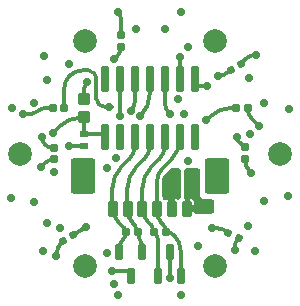
<source format=gbl>
G04*
G04 #@! TF.GenerationSoftware,Altium Limited,Altium Designer,22.7.1 (60)*
G04*
G04 Layer_Physical_Order=4*
G04 Layer_Color=16711680*
%FSLAX43Y43*%
%MOMM*%
G71*
G04*
G04 #@! TF.SameCoordinates,4835CE25-E48C-4DDB-B082-209FFF86AC7D*
G04*
G04*
G04 #@! TF.FilePolarity,Positive*
G04*
G01*
G75*
%ADD12C,0.300*%
%ADD23C,0.300*%
G04:AMPARAMS|DCode=28|XSize=0.61mm|YSize=0.6mm|CornerRadius=0.075mm|HoleSize=0mm|Usage=FLASHONLY|Rotation=90.000|XOffset=0mm|YOffset=0mm|HoleType=Round|Shape=RoundedRectangle|*
%AMROUNDEDRECTD28*
21,1,0.610,0.450,0,0,90.0*
21,1,0.460,0.600,0,0,90.0*
1,1,0.150,0.225,0.230*
1,1,0.150,0.225,-0.230*
1,1,0.150,-0.225,-0.230*
1,1,0.150,-0.225,0.230*
%
%ADD28ROUNDEDRECTD28*%
G04:AMPARAMS|DCode=30|XSize=0.61mm|YSize=0.6mm|CornerRadius=0.075mm|HoleSize=0mm|Usage=FLASHONLY|Rotation=210.000|XOffset=0mm|YOffset=0mm|HoleType=Round|Shape=RoundedRectangle|*
%AMROUNDEDRECTD30*
21,1,0.610,0.450,0,0,210.0*
21,1,0.460,0.600,0,0,210.0*
1,1,0.150,-0.312,0.080*
1,1,0.150,0.087,0.310*
1,1,0.150,0.312,-0.080*
1,1,0.150,-0.087,-0.310*
%
%ADD30ROUNDEDRECTD30*%
%ADD32C,2.000*%
%ADD33C,0.700*%
%ADD34C,0.400*%
G04:AMPARAMS|DCode=35|XSize=0.61mm|YSize=0.6mm|CornerRadius=0.075mm|HoleSize=0mm|Usage=FLASHONLY|Rotation=180.000|XOffset=0mm|YOffset=0mm|HoleType=Round|Shape=RoundedRectangle|*
%AMROUNDEDRECTD35*
21,1,0.610,0.450,0,0,180.0*
21,1,0.460,0.600,0,0,180.0*
1,1,0.150,-0.230,0.225*
1,1,0.150,0.230,0.225*
1,1,0.150,0.230,-0.225*
1,1,0.150,-0.230,-0.225*
%
%ADD35ROUNDEDRECTD35*%
G04:AMPARAMS|DCode=36|XSize=0.61mm|YSize=0.6mm|CornerRadius=0.075mm|HoleSize=0mm|Usage=FLASHONLY|Rotation=152.000|XOffset=0mm|YOffset=0mm|HoleType=Round|Shape=RoundedRectangle|*
%AMROUNDEDRECTD36*
21,1,0.610,0.450,0,0,152.0*
21,1,0.460,0.600,0,0,152.0*
1,1,0.150,-0.097,0.307*
1,1,0.150,0.309,0.091*
1,1,0.150,0.097,-0.307*
1,1,0.150,-0.309,-0.091*
%
%ADD36ROUNDEDRECTD36*%
G04:AMPARAMS|DCode=37|XSize=2.1mm|YSize=3mm|CornerRadius=0.263mm|HoleSize=0mm|Usage=FLASHONLY|Rotation=180.000|XOffset=0mm|YOffset=0mm|HoleType=Round|Shape=RoundedRectangle|*
%AMROUNDEDRECTD37*
21,1,2.100,2.475,0,0,180.0*
21,1,1.575,3.000,0,0,180.0*
1,1,0.525,-0.788,1.238*
1,1,0.525,0.788,1.238*
1,1,0.525,0.788,-1.238*
1,1,0.525,-0.788,-1.238*
%
%ADD37ROUNDEDRECTD37*%
G04:AMPARAMS|DCode=38|XSize=0.8mm|YSize=1.3mm|CornerRadius=0.1mm|HoleSize=0mm|Usage=FLASHONLY|Rotation=180.000|XOffset=0mm|YOffset=0mm|HoleType=Round|Shape=RoundedRectangle|*
%AMROUNDEDRECTD38*
21,1,0.800,1.100,0,0,180.0*
21,1,0.600,1.300,0,0,180.0*
1,1,0.200,-0.300,0.550*
1,1,0.200,0.300,0.550*
1,1,0.200,0.300,-0.550*
1,1,0.200,-0.300,-0.550*
%
%ADD38ROUNDEDRECTD38*%
G04:AMPARAMS|DCode=39|XSize=0.61mm|YSize=1.35mm|CornerRadius=0.076mm|HoleSize=0mm|Usage=FLASHONLY|Rotation=180.000|XOffset=0mm|YOffset=0mm|HoleType=Round|Shape=RoundedRectangle|*
%AMROUNDEDRECTD39*
21,1,0.610,1.198,0,0,180.0*
21,1,0.458,1.350,0,0,180.0*
1,1,0.153,-0.229,0.599*
1,1,0.153,0.229,0.599*
1,1,0.153,0.229,-0.599*
1,1,0.153,-0.229,-0.599*
%
%ADD39ROUNDEDRECTD39*%
G04:AMPARAMS|DCode=40|XSize=0.94mm|YSize=1.03mm|CornerRadius=0.118mm|HoleSize=0mm|Usage=FLASHONLY|Rotation=270.000|XOffset=0mm|YOffset=0mm|HoleType=Round|Shape=RoundedRectangle|*
%AMROUNDEDRECTD40*
21,1,0.940,0.795,0,0,270.0*
21,1,0.705,1.030,0,0,270.0*
1,1,0.235,-0.398,-0.353*
1,1,0.235,-0.398,0.353*
1,1,0.235,0.398,0.353*
1,1,0.235,0.398,-0.353*
%
%ADD40ROUNDEDRECTD40*%
G04:AMPARAMS|DCode=41|XSize=0.68mm|YSize=2.17mm|CornerRadius=0.085mm|HoleSize=0mm|Usage=FLASHONLY|Rotation=180.000|XOffset=0mm|YOffset=0mm|HoleType=Round|Shape=RoundedRectangle|*
%AMROUNDEDRECTD41*
21,1,0.680,2.000,0,0,180.0*
21,1,0.510,2.170,0,0,180.0*
1,1,0.170,-0.255,1.000*
1,1,0.170,0.255,1.000*
1,1,0.170,0.255,-1.000*
1,1,0.170,-0.255,-1.000*
%
%ADD41ROUNDEDRECTD41*%
G04:AMPARAMS|DCode=42|XSize=0.59mm|YSize=0.6mm|CornerRadius=0.074mm|HoleSize=0mm|Usage=FLASHONLY|Rotation=90.000|XOffset=0mm|YOffset=0mm|HoleType=Round|Shape=RoundedRectangle|*
%AMROUNDEDRECTD42*
21,1,0.590,0.453,0,0,90.0*
21,1,0.443,0.600,0,0,90.0*
1,1,0.148,0.226,0.221*
1,1,0.148,0.226,-0.221*
1,1,0.148,-0.226,-0.221*
1,1,0.148,-0.226,0.221*
%
%ADD42ROUNDEDRECTD42*%
G36*
X10070Y11654D02*
X10137Y11587D01*
X10200Y11400D01*
X10200Y11202D01*
X10200Y9426D01*
X10200Y9357D01*
X10173Y9221D01*
X10120Y9093D01*
X10113Y9082D01*
X9916Y9016D01*
X9817Y9083D01*
X9700Y9106D01*
X9700D01*
Y8250D01*
X9100D01*
Y9106D01*
X8983Y9083D01*
X8884Y9016D01*
X8722Y9045D01*
X8675Y9064D01*
X8627Y9181D01*
X8600Y9317D01*
X8600Y9386D01*
X8600Y9386D01*
X8600Y10778D01*
X8627Y10914D01*
X8680Y11042D01*
X8757Y11157D01*
X8806Y11206D01*
Y11206D01*
X9158Y11558D01*
X9262Y11628D01*
X9377Y11676D01*
X9500Y11700D01*
X9562Y11700D01*
X9562Y11700D01*
X9900Y11700D01*
X9960Y11700D01*
X10070Y11654D01*
D02*
G37*
G36*
X11569Y11700D02*
X11615Y11700D01*
X11700Y11665D01*
X11765Y11600D01*
X11800Y11515D01*
X11800Y11469D01*
X11800D01*
X11800Y9400D01*
X11806Y9340D01*
X11852Y9230D01*
X11936Y9145D01*
X12047Y9099D01*
X12107Y9093D01*
X12707Y9093D01*
X12765Y9093D01*
X12873Y9049D01*
X12944Y8977D01*
X13000Y8800D01*
Y8800D01*
X13000Y8613D01*
X13000Y8100D01*
X13000Y8040D01*
X12954Y7930D01*
X12890Y7866D01*
X12711Y7803D01*
X12700Y7800D01*
X12700Y7800D01*
X12514D01*
X11800Y7800D01*
X11397Y7800D01*
X11256Y7941D01*
Y7950D01*
X10650D01*
Y8550D01*
X11256D01*
Y8800D01*
X11233Y8917D01*
X11166Y9016D01*
X11067Y9083D01*
X10950Y9106D01*
X10400D01*
X10400Y9317D01*
X10400Y9317D01*
X10400Y9337D01*
X10404Y9357D01*
X10404Y9426D01*
X10404Y11202D01*
X10404Y11202D01*
X10404Y11202D01*
X10404Y11400D01*
X10400Y11420D01*
Y11426D01*
X10452Y11552D01*
X10548Y11648D01*
X10674Y11700D01*
X10742Y11700D01*
X10742Y11700D01*
X11569Y11700D01*
D02*
G37*
D12*
X10150Y4648D02*
G03*
X9583Y6017I-1936J0D01*
G01*
X8900Y6300D02*
G03*
X8617Y6983I-966J-0D01*
G01*
X9583Y6017D02*
G03*
X8900Y6300I-683J-683D01*
G01*
X7900Y6300D02*
G03*
X7657Y6887I-830J-0D01*
G01*
X8250Y5455D02*
G03*
X7900Y6300I-1195J0D01*
G01*
X8150Y7945D02*
G03*
X8500Y7100I1195J0D01*
G01*
X6900Y8250D02*
G03*
X7329Y7215I1463J0D01*
G01*
X6850Y5248D02*
G03*
X6700Y5610I-512J0D01*
G01*
X6500Y6300D02*
G03*
X6288Y6812I-724J0D01*
G01*
X6500Y6093D02*
G03*
X6700Y5610I683J0D01*
G01*
X5500Y6300D02*
G03*
X5359Y6641I-483J0D01*
G01*
X5214Y5610D02*
G03*
X4950Y4972I638J-638D01*
G01*
X5214Y5610D02*
G03*
X5500Y6300I-690J690D01*
G01*
X5650Y8228D02*
G03*
X6200Y6900I1878J0D01*
G01*
X4400Y8250D02*
G03*
X4860Y7140I1569J0D01*
G01*
X6781Y16181D02*
G03*
X7525Y17977I-1796J1796D01*
G01*
X5760Y12440D02*
G03*
X6255Y13635I-1195J1195D01*
G01*
X5104Y11784D02*
G03*
X4360Y9988I1796J-1796D01*
G01*
X7030Y12440D02*
G03*
X7525Y13635I-1195J1195D01*
G01*
X6374Y11784D02*
G03*
X5630Y9988I1796J-1796D01*
G01*
X7644Y11784D02*
G03*
X6900Y9988I1796J-1796D01*
G01*
X8300Y12440D02*
G03*
X8795Y13635I-1195J1195D01*
G01*
X9321Y12383D02*
G03*
X10065Y14179I-1796J1796D01*
G01*
X8538Y11600D02*
G03*
X8150Y10663I937J-937D01*
G01*
X5900Y16517D02*
G03*
X6255Y17374I-857J857D01*
G01*
X3000Y17600D02*
G03*
X3700Y16900I700J0D01*
G01*
X-600Y12440D02*
G03*
X-1385Y12115I0J-1110D01*
G01*
X14900Y14300D02*
G03*
X15006Y14044I362J0D01*
G01*
X15575Y12475D02*
G03*
X16034Y11366I1569J0D01*
G01*
X4772Y21190D02*
G03*
X5100Y21981I-791J791D01*
G01*
X5100Y24226D02*
G03*
X4800Y24950I-1024J0D01*
G01*
X13300Y19500D02*
G03*
X14182Y19865I0J1247D01*
G01*
X16500Y21300D02*
G03*
X15617Y20934I0J-1248D01*
G01*
X8795Y17293D02*
G03*
X9200Y16315I1383J0D01*
G01*
X108Y5491D02*
G03*
X-386Y4300I1191J-1191D01*
G01*
X14158Y6235D02*
G03*
X13277Y6600I-882J-882D01*
G01*
X15041Y5765D02*
G03*
X14700Y4941I824J-824D01*
G01*
X-1600Y14308D02*
G03*
X-733Y13440I867J0D01*
G01*
X1698Y15998D02*
G03*
X-99Y15254I0J-2540D01*
G01*
X-1281Y16798D02*
G03*
X-2000Y16500I0J-1017D01*
G01*
X-2483Y16300D02*
G03*
X-2000Y16500I0J683D01*
G01*
X14406Y16798D02*
G03*
X12610Y16054I0J-2540D01*
G01*
X15800Y16798D02*
G03*
X16185Y15868I1315J0D01*
G01*
X2200Y19000D02*
G03*
X1980Y18469I531J-531D01*
G01*
X3000Y19300D02*
G03*
X2300Y20000I-700J0D01*
G01*
X1900D02*
G03*
X705Y19505I0J-1690D01*
G01*
D02*
G03*
X300Y18527I978J-978D01*
G01*
X4300Y3000D02*
X5900D01*
Y2600D02*
Y3000D01*
X9200Y2400D02*
X9200Y2400D01*
Y4600D01*
X10150Y2600D02*
Y4648D01*
X8250Y2600D02*
Y5455D01*
X8500Y7100D02*
X8617Y6983D01*
X8150Y8250D02*
Y10663D01*
Y7945D02*
Y8250D01*
X7329Y7215D02*
X7657Y6887D01*
X6850Y4600D02*
Y5248D01*
X6500Y6093D02*
Y6300D01*
X4860Y7140D02*
X5359Y6641D01*
X4950Y4600D02*
Y4972D01*
X6288Y6812D02*
X6288Y6812D01*
X6200Y6900D02*
X6288Y6812D01*
X5630Y8250D02*
Y9988D01*
X5650Y8228D02*
Y8250D01*
X4360Y8162D02*
Y9988D01*
X6700Y16100D02*
X6781Y16181D01*
X7525Y17977D02*
Y19223D01*
X5104Y11784D02*
X5760Y12440D01*
X6900Y8250D02*
Y9988D01*
X6255Y13635D02*
Y14373D01*
X7525Y13635D02*
Y14373D01*
X6374Y11784D02*
X7030Y12440D01*
X7644Y11784D02*
X8300Y12440D01*
X8795Y13635D02*
Y14373D01*
X8538Y11600D02*
X9321Y12383D01*
X10065Y14179D02*
Y14373D01*
X6255Y17374D02*
Y19223D01*
X4985Y16100D02*
Y19223D01*
X3700Y16900D02*
X4100D01*
X3000Y17600D02*
Y19300D01*
X4100Y16900D02*
X4300D01*
X-1700Y11800D02*
X-1385Y12115D01*
X15006Y14044D02*
X15575Y13475D01*
X16034Y11366D02*
X16100Y11300D01*
X4500Y20918D02*
X4772Y21190D01*
X5100Y22981D02*
Y24226D01*
X14182Y19865D02*
X14367Y20050D01*
X15233Y20550D02*
X15617Y20934D01*
X8795Y19223D02*
X8800Y19218D01*
X8795Y17293D02*
Y19223D01*
X1980Y14625D02*
Y15998D01*
Y14625D02*
X3463D01*
X1033Y6050D02*
X2100Y6742D01*
X108Y5491D02*
X167Y5550D01*
X12800Y6600D02*
X13277D01*
X14700Y4800D02*
Y4941D01*
X700Y13600D02*
X1980D01*
X10065Y21100D02*
Y21190D01*
X10065Y21190D02*
X10065Y21190D01*
X10065Y19223D02*
Y21100D01*
X10065Y21100D01*
X11335Y18700D02*
Y19223D01*
Y18700D02*
X12400D01*
X-733Y13440D02*
X-600D01*
X1698Y15998D02*
X1980D01*
X-653Y14700D02*
X-99Y15254D01*
X-1281Y16798D02*
X-700D01*
X-3200Y16300D02*
X-2483D01*
X12300Y15744D02*
X12610Y16054D01*
X14406Y16798D02*
X14800D01*
X16185Y15868D02*
X16753Y15300D01*
X1980Y17598D02*
Y18469D01*
X1900Y20000D02*
X2300D01*
X300Y16798D02*
Y18527D01*
D23*
X6288Y6812D02*
D03*
D28*
X15575Y13475D02*
D03*
X15575Y12475D02*
D03*
X5100Y22981D02*
D03*
X5100Y21981D02*
D03*
X-600Y12440D02*
D03*
X-600Y13440D02*
D03*
D30*
X15233Y20550D02*
D03*
X14367Y20050D02*
D03*
X167Y5550D02*
D03*
X1033Y6050D02*
D03*
D32*
X-3488Y12939D02*
D03*
X2021Y3397D02*
D03*
X13038Y3397D02*
D03*
X18547Y12939D02*
D03*
X13039Y22481D02*
D03*
X2021Y22481D02*
D03*
D33*
X11404Y11300D02*
D03*
X10800Y10850D02*
D03*
X9414Y11200D02*
D03*
X4500Y1900D02*
D03*
X4300Y3000D02*
D03*
X9200Y2400D02*
D03*
X4700Y12600D02*
D03*
X12500Y8600D02*
D03*
X11740Y8300D02*
D03*
X11394Y10400D02*
D03*
X9756Y10500D02*
D03*
X8983Y10400D02*
D03*
X9756Y9700D02*
D03*
X8983Y9589D02*
D03*
X6700Y16100D02*
D03*
X5900Y16517D02*
D03*
X4985Y16100D02*
D03*
X-1700Y11800D02*
D03*
X14900Y14300D02*
D03*
X10400Y16315D02*
D03*
X9956Y17599D02*
D03*
X9200Y16315D02*
D03*
X3865Y4500D02*
D03*
X2100Y6742D02*
D03*
X16100Y11300D02*
D03*
X16000Y14579D02*
D03*
X13300Y19500D02*
D03*
X-1600Y14308D02*
D03*
X-600Y11352D02*
D03*
X4800Y1000D02*
D03*
X10200D02*
D03*
X15800Y6800D02*
D03*
X17200Y8950D02*
D03*
X16400Y4700D02*
D03*
X19200Y9366D02*
D03*
X17200Y17200D02*
D03*
X15900Y19300D02*
D03*
X19300Y16700D02*
D03*
X16500Y21300D02*
D03*
X8800Y23500D02*
D03*
X10200Y24950D02*
D03*
X6400Y23500D02*
D03*
X4800Y24950D02*
D03*
X-1200Y19200D02*
D03*
X-1451Y21200D02*
D03*
X-2300Y17200D02*
D03*
X-4100Y16798D02*
D03*
X-2300Y8800D02*
D03*
X-4200Y9200D02*
D03*
X-112Y6600D02*
D03*
X-1500Y4700D02*
D03*
X-1141Y7100D02*
D03*
X4500Y20918D02*
D03*
X12300Y15744D02*
D03*
X10800Y12300D02*
D03*
X-386Y4300D02*
D03*
X12800Y6600D02*
D03*
X14700Y4800D02*
D03*
X11600Y5100D02*
D03*
X10821Y9900D02*
D03*
X700Y13600D02*
D03*
X10800Y22000D02*
D03*
X10065Y21100D02*
D03*
X12400Y18700D02*
D03*
X-653Y14700D02*
D03*
X-3200Y16300D02*
D03*
X16753Y15300D02*
D03*
X4100Y16900D02*
D03*
X700Y20500D02*
D03*
X2200Y19000D02*
D03*
X3943Y11752D02*
D03*
D34*
X10700Y9300D02*
G03*
X10650Y9179I121J-121D01*
G01*
Y8250D02*
Y9179D01*
X3463Y14625D02*
X3715Y14373D01*
D35*
X7900Y6300D02*
D03*
X8900Y6300D02*
D03*
X6500Y6300D02*
D03*
X5500Y6300D02*
D03*
X-700Y16798D02*
D03*
X300Y16798D02*
D03*
X15800Y16798D02*
D03*
X14800Y16798D02*
D03*
D36*
X15041Y5765D02*
D03*
X14158Y6235D02*
D03*
D37*
X13200Y11000D02*
D03*
X1850Y11000D02*
D03*
D38*
X10650Y8250D02*
D03*
X9400Y8250D02*
D03*
X4400D02*
D03*
X5650Y8250D02*
D03*
X8150Y8250D02*
D03*
X6900Y8250D02*
D03*
D39*
X5900Y2600D02*
D03*
X6850Y4600D02*
D03*
X4950D02*
D03*
X9200D02*
D03*
X8250Y2600D02*
D03*
X10150Y2600D02*
D03*
D40*
X1980Y17598D02*
D03*
X1980Y15998D02*
D03*
D41*
X11335Y14373D02*
D03*
X10065Y14373D02*
D03*
X8795Y14373D02*
D03*
X7525D02*
D03*
X6255Y14373D02*
D03*
X4985Y14373D02*
D03*
X3715Y14373D02*
D03*
X11335Y19223D02*
D03*
X10065Y19223D02*
D03*
X8795Y19223D02*
D03*
X7525Y19223D02*
D03*
X6255D02*
D03*
X4985Y19223D02*
D03*
X3715Y19223D02*
D03*
D42*
X1980Y14625D02*
D03*
Y13600D02*
D03*
M02*

</source>
